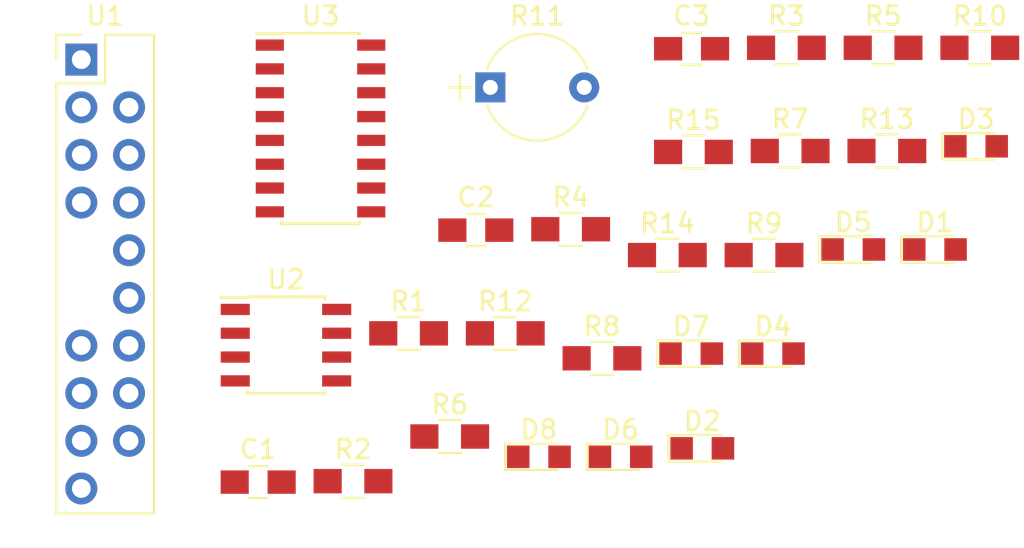
<source format=kicad_pcb>
(kicad_pcb (version 4) (host pcbnew 4.0.6-e0-6349~53~ubuntu14.04.1)

  (general
    (links 57)
    (no_connects 57)
    (area 0 0 0 0)
    (thickness 1.6)
    (drawings 0)
    (tracks 0)
    (zones 0)
    (modules 29)
    (nets 36)
  )

  (page A4)
  (layers
    (0 F.Cu signal)
    (31 B.Cu signal)
    (32 B.Adhes user)
    (33 F.Adhes user)
    (34 B.Paste user)
    (35 F.Paste user)
    (36 B.SilkS user)
    (37 F.SilkS user)
    (38 B.Mask user)
    (39 F.Mask user)
    (40 Dwgs.User user)
    (41 Cmts.User user)
    (42 Eco1.User user)
    (43 Eco2.User user)
    (44 Edge.Cuts user)
    (45 Margin user)
    (46 B.CrtYd user)
    (47 F.CrtYd user)
    (48 B.Fab user)
    (49 F.Fab user)
  )

  (setup
    (last_trace_width 0.25)
    (trace_clearance 0.2)
    (zone_clearance 0.508)
    (zone_45_only no)
    (trace_min 0.2)
    (segment_width 0.2)
    (edge_width 0.15)
    (via_size 0.6)
    (via_drill 0.4)
    (via_min_size 0.4)
    (via_min_drill 0.3)
    (uvia_size 0.3)
    (uvia_drill 0.1)
    (uvias_allowed no)
    (uvia_min_size 0.2)
    (uvia_min_drill 0.1)
    (pcb_text_width 0.3)
    (pcb_text_size 1.5 1.5)
    (mod_edge_width 0.15)
    (mod_text_size 1 1)
    (mod_text_width 0.15)
    (pad_size 1.524 1.524)
    (pad_drill 0.762)
    (pad_to_mask_clearance 0.2)
    (aux_axis_origin 0 0)
    (visible_elements FFFFFF7F)
    (pcbplotparams
      (layerselection 0x00030_80000001)
      (usegerberextensions false)
      (excludeedgelayer true)
      (linewidth 0.100000)
      (plotframeref false)
      (viasonmask false)
      (mode 1)
      (useauxorigin false)
      (hpglpennumber 1)
      (hpglpenspeed 20)
      (hpglpendiameter 15)
      (hpglpenoverlay 2)
      (psnegative false)
      (psa4output false)
      (plotreference true)
      (plotvalue true)
      (plotinvisibletext false)
      (padsonsilk false)
      (subtractmaskfromsilk false)
      (outputformat 1)
      (mirror false)
      (drillshape 1)
      (scaleselection 1)
      (outputdirectory ""))
  )

  (net 0 "")
  (net 1 /latchPin)
  (net 2 GND)
  (net 3 /3.3V)
  (net 4 "Net-(D1-Pad2)")
  (net 5 "Net-(D1-Pad1)")
  (net 6 "Net-(D2-Pad2)")
  (net 7 "Net-(D2-Pad1)")
  (net 8 "Net-(D3-Pad2)")
  (net 9 "Net-(D3-Pad1)")
  (net 10 "Net-(D4-Pad2)")
  (net 11 "Net-(D4-Pad1)")
  (net 12 "Net-(D5-Pad2)")
  (net 13 "Net-(D5-Pad1)")
  (net 14 "Net-(D6-Pad2)")
  (net 15 "Net-(D6-Pad1)")
  (net 16 "Net-(D7-Pad2)")
  (net 17 "Net-(D7-Pad1)")
  (net 18 "Net-(D8-Pad2)")
  (net 19 "Net-(D8-Pad1)")
  (net 20 /OS)
  (net 21 "Net-(R2-Pad1)")
  (net 22 "Net-(R3-Pad1)")
  (net 23 "Net-(R4-Pad1)")
  (net 24 /5V)
  (net 25 /PR_TOP)
  (net 26 /PR_BOT)
  (net 27 "Net-(U1-Pad3)")
  (net 28 /clockPin)
  (net 29 /dataPin)
  (net 30 "Net-(U1-Pad8)")
  (net 31 /SCL)
  (net 32 /SDA)
  (net 33 "Net-(U1-Pad17)")
  (net 34 "Net-(U1-Pad18)")
  (net 35 "Net-(U3-Pad9)")

  (net_class Default "This is the default net class."
    (clearance 0.2)
    (trace_width 0.25)
    (via_dia 0.6)
    (via_drill 0.4)
    (uvia_dia 0.3)
    (uvia_drill 0.1)
    (add_net /3.3V)
    (add_net /5V)
    (add_net /OS)
    (add_net /PR_BOT)
    (add_net /PR_TOP)
    (add_net /SCL)
    (add_net /SDA)
    (add_net /clockPin)
    (add_net /dataPin)
    (add_net /latchPin)
    (add_net GND)
    (add_net "Net-(D1-Pad1)")
    (add_net "Net-(D1-Pad2)")
    (add_net "Net-(D2-Pad1)")
    (add_net "Net-(D2-Pad2)")
    (add_net "Net-(D3-Pad1)")
    (add_net "Net-(D3-Pad2)")
    (add_net "Net-(D4-Pad1)")
    (add_net "Net-(D4-Pad2)")
    (add_net "Net-(D5-Pad1)")
    (add_net "Net-(D5-Pad2)")
    (add_net "Net-(D6-Pad1)")
    (add_net "Net-(D6-Pad2)")
    (add_net "Net-(D7-Pad1)")
    (add_net "Net-(D7-Pad2)")
    (add_net "Net-(D8-Pad1)")
    (add_net "Net-(D8-Pad2)")
    (add_net "Net-(R2-Pad1)")
    (add_net "Net-(R3-Pad1)")
    (add_net "Net-(R4-Pad1)")
    (add_net "Net-(U1-Pad17)")
    (add_net "Net-(U1-Pad18)")
    (add_net "Net-(U1-Pad3)")
    (add_net "Net-(U1-Pad8)")
    (add_net "Net-(U3-Pad9)")
  )

  (module Capacitors_SMD:C_0805_HandSoldering (layer F.Cu) (tedit 58AA84A8) (tstamp 59471D92)
    (at 125.839001 104.565)
    (descr "Capacitor SMD 0805, hand soldering")
    (tags "capacitor 0805")
    (path /594712AE)
    (attr smd)
    (fp_text reference C1 (at 0 -1.75) (layer F.SilkS)
      (effects (font (size 1 1) (thickness 0.15)))
    )
    (fp_text value C (at 0 1.75) (layer F.Fab)
      (effects (font (size 1 1) (thickness 0.15)))
    )
    (fp_text user %R (at 0 -1.75) (layer F.Fab)
      (effects (font (size 1 1) (thickness 0.15)))
    )
    (fp_line (start -1 0.62) (end -1 -0.62) (layer F.Fab) (width 0.1))
    (fp_line (start 1 0.62) (end -1 0.62) (layer F.Fab) (width 0.1))
    (fp_line (start 1 -0.62) (end 1 0.62) (layer F.Fab) (width 0.1))
    (fp_line (start -1 -0.62) (end 1 -0.62) (layer F.Fab) (width 0.1))
    (fp_line (start 0.5 -0.85) (end -0.5 -0.85) (layer F.SilkS) (width 0.12))
    (fp_line (start -0.5 0.85) (end 0.5 0.85) (layer F.SilkS) (width 0.12))
    (fp_line (start -2.25 -0.88) (end 2.25 -0.88) (layer F.CrtYd) (width 0.05))
    (fp_line (start -2.25 -0.88) (end -2.25 0.87) (layer F.CrtYd) (width 0.05))
    (fp_line (start 2.25 0.87) (end 2.25 -0.88) (layer F.CrtYd) (width 0.05))
    (fp_line (start 2.25 0.87) (end -2.25 0.87) (layer F.CrtYd) (width 0.05))
    (pad 1 smd rect (at -1.25 0) (size 1.5 1.25) (layers F.Cu F.Paste F.Mask)
      (net 1 /latchPin))
    (pad 2 smd rect (at 1.25 0) (size 1.5 1.25) (layers F.Cu F.Paste F.Mask)
      (net 2 GND))
    (model Capacitors_SMD.3dshapes/C_0805.wrl
      (at (xyz 0 0 0))
      (scale (xyz 1 1 1))
      (rotate (xyz 0 0 0))
    )
  )

  (module Capacitors_SMD:C_0805_HandSoldering (layer F.Cu) (tedit 58AA84A8) (tstamp 59471D98)
    (at 137.429001 91.135)
    (descr "Capacitor SMD 0805, hand soldering")
    (tags "capacitor 0805")
    (path /594717C9)
    (attr smd)
    (fp_text reference C2 (at 0 -1.75) (layer F.SilkS)
      (effects (font (size 1 1) (thickness 0.15)))
    )
    (fp_text value C (at 0 1.75) (layer F.Fab)
      (effects (font (size 1 1) (thickness 0.15)))
    )
    (fp_text user %R (at 0 -1.75) (layer F.Fab)
      (effects (font (size 1 1) (thickness 0.15)))
    )
    (fp_line (start -1 0.62) (end -1 -0.62) (layer F.Fab) (width 0.1))
    (fp_line (start 1 0.62) (end -1 0.62) (layer F.Fab) (width 0.1))
    (fp_line (start 1 -0.62) (end 1 0.62) (layer F.Fab) (width 0.1))
    (fp_line (start -1 -0.62) (end 1 -0.62) (layer F.Fab) (width 0.1))
    (fp_line (start 0.5 -0.85) (end -0.5 -0.85) (layer F.SilkS) (width 0.12))
    (fp_line (start -0.5 0.85) (end 0.5 0.85) (layer F.SilkS) (width 0.12))
    (fp_line (start -2.25 -0.88) (end 2.25 -0.88) (layer F.CrtYd) (width 0.05))
    (fp_line (start -2.25 -0.88) (end -2.25 0.87) (layer F.CrtYd) (width 0.05))
    (fp_line (start 2.25 0.87) (end 2.25 -0.88) (layer F.CrtYd) (width 0.05))
    (fp_line (start 2.25 0.87) (end -2.25 0.87) (layer F.CrtYd) (width 0.05))
    (pad 1 smd rect (at -1.25 0) (size 1.5 1.25) (layers F.Cu F.Paste F.Mask)
      (net 2 GND))
    (pad 2 smd rect (at 1.25 0) (size 1.5 1.25) (layers F.Cu F.Paste F.Mask)
      (net 3 /3.3V))
    (model Capacitors_SMD.3dshapes/C_0805.wrl
      (at (xyz 0 0 0))
      (scale (xyz 1 1 1))
      (rotate (xyz 0 0 0))
    )
  )

  (module Capacitors_SMD:C_0805_HandSoldering (layer F.Cu) (tedit 58AA84A8) (tstamp 59471D9E)
    (at 148.919001 81.465)
    (descr "Capacitor SMD 0805, hand soldering")
    (tags "capacitor 0805")
    (path /594714F8)
    (attr smd)
    (fp_text reference C3 (at 0 -1.75) (layer F.SilkS)
      (effects (font (size 1 1) (thickness 0.15)))
    )
    (fp_text value C (at 0 1.75) (layer F.Fab)
      (effects (font (size 1 1) (thickness 0.15)))
    )
    (fp_text user %R (at 0 -1.75) (layer F.Fab)
      (effects (font (size 1 1) (thickness 0.15)))
    )
    (fp_line (start -1 0.62) (end -1 -0.62) (layer F.Fab) (width 0.1))
    (fp_line (start 1 0.62) (end -1 0.62) (layer F.Fab) (width 0.1))
    (fp_line (start 1 -0.62) (end 1 0.62) (layer F.Fab) (width 0.1))
    (fp_line (start -1 -0.62) (end 1 -0.62) (layer F.Fab) (width 0.1))
    (fp_line (start 0.5 -0.85) (end -0.5 -0.85) (layer F.SilkS) (width 0.12))
    (fp_line (start -0.5 0.85) (end 0.5 0.85) (layer F.SilkS) (width 0.12))
    (fp_line (start -2.25 -0.88) (end 2.25 -0.88) (layer F.CrtYd) (width 0.05))
    (fp_line (start -2.25 -0.88) (end -2.25 0.87) (layer F.CrtYd) (width 0.05))
    (fp_line (start 2.25 0.87) (end 2.25 -0.88) (layer F.CrtYd) (width 0.05))
    (fp_line (start 2.25 0.87) (end -2.25 0.87) (layer F.CrtYd) (width 0.05))
    (pad 1 smd rect (at -1.25 0) (size 1.5 1.25) (layers F.Cu F.Paste F.Mask)
      (net 2 GND))
    (pad 2 smd rect (at 1.25 0) (size 1.5 1.25) (layers F.Cu F.Paste F.Mask)
      (net 3 /3.3V))
    (model Capacitors_SMD.3dshapes/C_0805.wrl
      (at (xyz 0 0 0))
      (scale (xyz 1 1 1))
      (rotate (xyz 0 0 0))
    )
  )

  (module LEDs:LED_0805 (layer F.Cu) (tedit 57FE93EC) (tstamp 59471DA4)
    (at 161.879001 92.165)
    (descr "LED 0805 smd package")
    (tags "LED led 0805 SMD smd SMT smt smdled SMDLED smtled SMTLED")
    (path /593C7B8E)
    (attr smd)
    (fp_text reference D1 (at 0 -1.45) (layer F.SilkS)
      (effects (font (size 1 1) (thickness 0.15)))
    )
    (fp_text value LED (at 0 1.55) (layer F.Fab)
      (effects (font (size 1 1) (thickness 0.15)))
    )
    (fp_line (start -1.8 -0.7) (end -1.8 0.7) (layer F.SilkS) (width 0.12))
    (fp_line (start -0.4 -0.4) (end -0.4 0.4) (layer F.Fab) (width 0.1))
    (fp_line (start -0.4 0) (end 0.2 -0.4) (layer F.Fab) (width 0.1))
    (fp_line (start 0.2 0.4) (end -0.4 0) (layer F.Fab) (width 0.1))
    (fp_line (start 0.2 -0.4) (end 0.2 0.4) (layer F.Fab) (width 0.1))
    (fp_line (start 1 0.6) (end -1 0.6) (layer F.Fab) (width 0.1))
    (fp_line (start 1 -0.6) (end 1 0.6) (layer F.Fab) (width 0.1))
    (fp_line (start -1 -0.6) (end 1 -0.6) (layer F.Fab) (width 0.1))
    (fp_line (start -1 0.6) (end -1 -0.6) (layer F.Fab) (width 0.1))
    (fp_line (start -1.8 0.7) (end 1 0.7) (layer F.SilkS) (width 0.12))
    (fp_line (start -1.8 -0.7) (end 1 -0.7) (layer F.SilkS) (width 0.12))
    (fp_line (start 1.95 -0.85) (end 1.95 0.85) (layer F.CrtYd) (width 0.05))
    (fp_line (start 1.95 0.85) (end -1.95 0.85) (layer F.CrtYd) (width 0.05))
    (fp_line (start -1.95 0.85) (end -1.95 -0.85) (layer F.CrtYd) (width 0.05))
    (fp_line (start -1.95 -0.85) (end 1.95 -0.85) (layer F.CrtYd) (width 0.05))
    (pad 2 smd rect (at 1.1 0 180) (size 1.2 1.2) (layers F.Cu F.Paste F.Mask)
      (net 4 "Net-(D1-Pad2)"))
    (pad 1 smd rect (at -1.1 0 180) (size 1.2 1.2) (layers F.Cu F.Paste F.Mask)
      (net 5 "Net-(D1-Pad1)"))
    (model LEDs.3dshapes/LED_0805.wrl
      (at (xyz 0 0 0))
      (scale (xyz 1 1 1))
      (rotate (xyz 0 0 180))
    )
  )

  (module LEDs:LED_0805 (layer F.Cu) (tedit 57FE93EC) (tstamp 59471DAA)
    (at 149.489001 102.765)
    (descr "LED 0805 smd package")
    (tags "LED led 0805 SMD smd SMT smt smdled SMDLED smtled SMTLED")
    (path /593C7B80)
    (attr smd)
    (fp_text reference D2 (at 0 -1.45) (layer F.SilkS)
      (effects (font (size 1 1) (thickness 0.15)))
    )
    (fp_text value LED (at 0 1.55) (layer F.Fab)
      (effects (font (size 1 1) (thickness 0.15)))
    )
    (fp_line (start -1.8 -0.7) (end -1.8 0.7) (layer F.SilkS) (width 0.12))
    (fp_line (start -0.4 -0.4) (end -0.4 0.4) (layer F.Fab) (width 0.1))
    (fp_line (start -0.4 0) (end 0.2 -0.4) (layer F.Fab) (width 0.1))
    (fp_line (start 0.2 0.4) (end -0.4 0) (layer F.Fab) (width 0.1))
    (fp_line (start 0.2 -0.4) (end 0.2 0.4) (layer F.Fab) (width 0.1))
    (fp_line (start 1 0.6) (end -1 0.6) (layer F.Fab) (width 0.1))
    (fp_line (start 1 -0.6) (end 1 0.6) (layer F.Fab) (width 0.1))
    (fp_line (start -1 -0.6) (end 1 -0.6) (layer F.Fab) (width 0.1))
    (fp_line (start -1 0.6) (end -1 -0.6) (layer F.Fab) (width 0.1))
    (fp_line (start -1.8 0.7) (end 1 0.7) (layer F.SilkS) (width 0.12))
    (fp_line (start -1.8 -0.7) (end 1 -0.7) (layer F.SilkS) (width 0.12))
    (fp_line (start 1.95 -0.85) (end 1.95 0.85) (layer F.CrtYd) (width 0.05))
    (fp_line (start 1.95 0.85) (end -1.95 0.85) (layer F.CrtYd) (width 0.05))
    (fp_line (start -1.95 0.85) (end -1.95 -0.85) (layer F.CrtYd) (width 0.05))
    (fp_line (start -1.95 -0.85) (end 1.95 -0.85) (layer F.CrtYd) (width 0.05))
    (pad 2 smd rect (at 1.1 0 180) (size 1.2 1.2) (layers F.Cu F.Paste F.Mask)
      (net 6 "Net-(D2-Pad2)"))
    (pad 1 smd rect (at -1.1 0 180) (size 1.2 1.2) (layers F.Cu F.Paste F.Mask)
      (net 7 "Net-(D2-Pad1)"))
    (model LEDs.3dshapes/LED_0805.wrl
      (at (xyz 0 0 0))
      (scale (xyz 1 1 1))
      (rotate (xyz 0 0 180))
    )
  )

  (module LEDs:LED_0805 (layer F.Cu) (tedit 57FE93EC) (tstamp 59471DB0)
    (at 164.069001 86.665)
    (descr "LED 0805 smd package")
    (tags "LED led 0805 SMD smd SMT smt smdled SMDLED smtled SMTLED")
    (path /593C7B72)
    (attr smd)
    (fp_text reference D3 (at 0 -1.45) (layer F.SilkS)
      (effects (font (size 1 1) (thickness 0.15)))
    )
    (fp_text value LED (at 0 1.55) (layer F.Fab)
      (effects (font (size 1 1) (thickness 0.15)))
    )
    (fp_line (start -1.8 -0.7) (end -1.8 0.7) (layer F.SilkS) (width 0.12))
    (fp_line (start -0.4 -0.4) (end -0.4 0.4) (layer F.Fab) (width 0.1))
    (fp_line (start -0.4 0) (end 0.2 -0.4) (layer F.Fab) (width 0.1))
    (fp_line (start 0.2 0.4) (end -0.4 0) (layer F.Fab) (width 0.1))
    (fp_line (start 0.2 -0.4) (end 0.2 0.4) (layer F.Fab) (width 0.1))
    (fp_line (start 1 0.6) (end -1 0.6) (layer F.Fab) (width 0.1))
    (fp_line (start 1 -0.6) (end 1 0.6) (layer F.Fab) (width 0.1))
    (fp_line (start -1 -0.6) (end 1 -0.6) (layer F.Fab) (width 0.1))
    (fp_line (start -1 0.6) (end -1 -0.6) (layer F.Fab) (width 0.1))
    (fp_line (start -1.8 0.7) (end 1 0.7) (layer F.SilkS) (width 0.12))
    (fp_line (start -1.8 -0.7) (end 1 -0.7) (layer F.SilkS) (width 0.12))
    (fp_line (start 1.95 -0.85) (end 1.95 0.85) (layer F.CrtYd) (width 0.05))
    (fp_line (start 1.95 0.85) (end -1.95 0.85) (layer F.CrtYd) (width 0.05))
    (fp_line (start -1.95 0.85) (end -1.95 -0.85) (layer F.CrtYd) (width 0.05))
    (fp_line (start -1.95 -0.85) (end 1.95 -0.85) (layer F.CrtYd) (width 0.05))
    (pad 2 smd rect (at 1.1 0 180) (size 1.2 1.2) (layers F.Cu F.Paste F.Mask)
      (net 8 "Net-(D3-Pad2)"))
    (pad 1 smd rect (at -1.1 0 180) (size 1.2 1.2) (layers F.Cu F.Paste F.Mask)
      (net 9 "Net-(D3-Pad1)"))
    (model LEDs.3dshapes/LED_0805.wrl
      (at (xyz 0 0 0))
      (scale (xyz 1 1 1))
      (rotate (xyz 0 0 180))
    )
  )

  (module LEDs:LED_0805 (layer F.Cu) (tedit 57FE93EC) (tstamp 59471DB6)
    (at 153.249001 97.715)
    (descr "LED 0805 smd package")
    (tags "LED led 0805 SMD smd SMT smt smdled SMDLED smtled SMTLED")
    (path /593C7B63)
    (attr smd)
    (fp_text reference D4 (at 0 -1.45) (layer F.SilkS)
      (effects (font (size 1 1) (thickness 0.15)))
    )
    (fp_text value LED (at 0 1.55) (layer F.Fab)
      (effects (font (size 1 1) (thickness 0.15)))
    )
    (fp_line (start -1.8 -0.7) (end -1.8 0.7) (layer F.SilkS) (width 0.12))
    (fp_line (start -0.4 -0.4) (end -0.4 0.4) (layer F.Fab) (width 0.1))
    (fp_line (start -0.4 0) (end 0.2 -0.4) (layer F.Fab) (width 0.1))
    (fp_line (start 0.2 0.4) (end -0.4 0) (layer F.Fab) (width 0.1))
    (fp_line (start 0.2 -0.4) (end 0.2 0.4) (layer F.Fab) (width 0.1))
    (fp_line (start 1 0.6) (end -1 0.6) (layer F.Fab) (width 0.1))
    (fp_line (start 1 -0.6) (end 1 0.6) (layer F.Fab) (width 0.1))
    (fp_line (start -1 -0.6) (end 1 -0.6) (layer F.Fab) (width 0.1))
    (fp_line (start -1 0.6) (end -1 -0.6) (layer F.Fab) (width 0.1))
    (fp_line (start -1.8 0.7) (end 1 0.7) (layer F.SilkS) (width 0.12))
    (fp_line (start -1.8 -0.7) (end 1 -0.7) (layer F.SilkS) (width 0.12))
    (fp_line (start 1.95 -0.85) (end 1.95 0.85) (layer F.CrtYd) (width 0.05))
    (fp_line (start 1.95 0.85) (end -1.95 0.85) (layer F.CrtYd) (width 0.05))
    (fp_line (start -1.95 0.85) (end -1.95 -0.85) (layer F.CrtYd) (width 0.05))
    (fp_line (start -1.95 -0.85) (end 1.95 -0.85) (layer F.CrtYd) (width 0.05))
    (pad 2 smd rect (at 1.1 0 180) (size 1.2 1.2) (layers F.Cu F.Paste F.Mask)
      (net 10 "Net-(D4-Pad2)"))
    (pad 1 smd rect (at -1.1 0 180) (size 1.2 1.2) (layers F.Cu F.Paste F.Mask)
      (net 11 "Net-(D4-Pad1)"))
    (model LEDs.3dshapes/LED_0805.wrl
      (at (xyz 0 0 0))
      (scale (xyz 1 1 1))
      (rotate (xyz 0 0 180))
    )
  )

  (module LEDs:LED_0805 (layer F.Cu) (tedit 57FE93EC) (tstamp 59471DBC)
    (at 157.529001 92.165)
    (descr "LED 0805 smd package")
    (tags "LED led 0805 SMD smd SMT smt smdled SMDLED smtled SMTLED")
    (path /593C78AA)
    (attr smd)
    (fp_text reference D5 (at 0 -1.45) (layer F.SilkS)
      (effects (font (size 1 1) (thickness 0.15)))
    )
    (fp_text value LED (at 0 1.55) (layer F.Fab)
      (effects (font (size 1 1) (thickness 0.15)))
    )
    (fp_line (start -1.8 -0.7) (end -1.8 0.7) (layer F.SilkS) (width 0.12))
    (fp_line (start -0.4 -0.4) (end -0.4 0.4) (layer F.Fab) (width 0.1))
    (fp_line (start -0.4 0) (end 0.2 -0.4) (layer F.Fab) (width 0.1))
    (fp_line (start 0.2 0.4) (end -0.4 0) (layer F.Fab) (width 0.1))
    (fp_line (start 0.2 -0.4) (end 0.2 0.4) (layer F.Fab) (width 0.1))
    (fp_line (start 1 0.6) (end -1 0.6) (layer F.Fab) (width 0.1))
    (fp_line (start 1 -0.6) (end 1 0.6) (layer F.Fab) (width 0.1))
    (fp_line (start -1 -0.6) (end 1 -0.6) (layer F.Fab) (width 0.1))
    (fp_line (start -1 0.6) (end -1 -0.6) (layer F.Fab) (width 0.1))
    (fp_line (start -1.8 0.7) (end 1 0.7) (layer F.SilkS) (width 0.12))
    (fp_line (start -1.8 -0.7) (end 1 -0.7) (layer F.SilkS) (width 0.12))
    (fp_line (start 1.95 -0.85) (end 1.95 0.85) (layer F.CrtYd) (width 0.05))
    (fp_line (start 1.95 0.85) (end -1.95 0.85) (layer F.CrtYd) (width 0.05))
    (fp_line (start -1.95 0.85) (end -1.95 -0.85) (layer F.CrtYd) (width 0.05))
    (fp_line (start -1.95 -0.85) (end 1.95 -0.85) (layer F.CrtYd) (width 0.05))
    (pad 2 smd rect (at 1.1 0 180) (size 1.2 1.2) (layers F.Cu F.Paste F.Mask)
      (net 12 "Net-(D5-Pad2)"))
    (pad 1 smd rect (at -1.1 0 180) (size 1.2 1.2) (layers F.Cu F.Paste F.Mask)
      (net 13 "Net-(D5-Pad1)"))
    (model LEDs.3dshapes/LED_0805.wrl
      (at (xyz 0 0 0))
      (scale (xyz 1 1 1))
      (rotate (xyz 0 0 180))
    )
  )

  (module LEDs:LED_0805 (layer F.Cu) (tedit 57FE93EC) (tstamp 59471DC2)
    (at 145.139001 103.215)
    (descr "LED 0805 smd package")
    (tags "LED led 0805 SMD smd SMT smt smdled SMDLED smtled SMTLED")
    (path /593C789B)
    (attr smd)
    (fp_text reference D6 (at 0 -1.45) (layer F.SilkS)
      (effects (font (size 1 1) (thickness 0.15)))
    )
    (fp_text value LED (at 0 1.55) (layer F.Fab)
      (effects (font (size 1 1) (thickness 0.15)))
    )
    (fp_line (start -1.8 -0.7) (end -1.8 0.7) (layer F.SilkS) (width 0.12))
    (fp_line (start -0.4 -0.4) (end -0.4 0.4) (layer F.Fab) (width 0.1))
    (fp_line (start -0.4 0) (end 0.2 -0.4) (layer F.Fab) (width 0.1))
    (fp_line (start 0.2 0.4) (end -0.4 0) (layer F.Fab) (width 0.1))
    (fp_line (start 0.2 -0.4) (end 0.2 0.4) (layer F.Fab) (width 0.1))
    (fp_line (start 1 0.6) (end -1 0.6) (layer F.Fab) (width 0.1))
    (fp_line (start 1 -0.6) (end 1 0.6) (layer F.Fab) (width 0.1))
    (fp_line (start -1 -0.6) (end 1 -0.6) (layer F.Fab) (width 0.1))
    (fp_line (start -1 0.6) (end -1 -0.6) (layer F.Fab) (width 0.1))
    (fp_line (start -1.8 0.7) (end 1 0.7) (layer F.SilkS) (width 0.12))
    (fp_line (start -1.8 -0.7) (end 1 -0.7) (layer F.SilkS) (width 0.12))
    (fp_line (start 1.95 -0.85) (end 1.95 0.85) (layer F.CrtYd) (width 0.05))
    (fp_line (start 1.95 0.85) (end -1.95 0.85) (layer F.CrtYd) (width 0.05))
    (fp_line (start -1.95 0.85) (end -1.95 -0.85) (layer F.CrtYd) (width 0.05))
    (fp_line (start -1.95 -0.85) (end 1.95 -0.85) (layer F.CrtYd) (width 0.05))
    (pad 2 smd rect (at 1.1 0 180) (size 1.2 1.2) (layers F.Cu F.Paste F.Mask)
      (net 14 "Net-(D6-Pad2)"))
    (pad 1 smd rect (at -1.1 0 180) (size 1.2 1.2) (layers F.Cu F.Paste F.Mask)
      (net 15 "Net-(D6-Pad1)"))
    (model LEDs.3dshapes/LED_0805.wrl
      (at (xyz 0 0 0))
      (scale (xyz 1 1 1))
      (rotate (xyz 0 0 180))
    )
  )

  (module LEDs:LED_0805 (layer F.Cu) (tedit 57FE93EC) (tstamp 59471DC8)
    (at 148.899001 97.715)
    (descr "LED 0805 smd package")
    (tags "LED led 0805 SMD smd SMT smt smdled SMDLED smtled SMTLED")
    (path /593C775B)
    (attr smd)
    (fp_text reference D7 (at 0 -1.45) (layer F.SilkS)
      (effects (font (size 1 1) (thickness 0.15)))
    )
    (fp_text value LED (at 0 1.55) (layer F.Fab)
      (effects (font (size 1 1) (thickness 0.15)))
    )
    (fp_line (start -1.8 -0.7) (end -1.8 0.7) (layer F.SilkS) (width 0.12))
    (fp_line (start -0.4 -0.4) (end -0.4 0.4) (layer F.Fab) (width 0.1))
    (fp_line (start -0.4 0) (end 0.2 -0.4) (layer F.Fab) (width 0.1))
    (fp_line (start 0.2 0.4) (end -0.4 0) (layer F.Fab) (width 0.1))
    (fp_line (start 0.2 -0.4) (end 0.2 0.4) (layer F.Fab) (width 0.1))
    (fp_line (start 1 0.6) (end -1 0.6) (layer F.Fab) (width 0.1))
    (fp_line (start 1 -0.6) (end 1 0.6) (layer F.Fab) (width 0.1))
    (fp_line (start -1 -0.6) (end 1 -0.6) (layer F.Fab) (width 0.1))
    (fp_line (start -1 0.6) (end -1 -0.6) (layer F.Fab) (width 0.1))
    (fp_line (start -1.8 0.7) (end 1 0.7) (layer F.SilkS) (width 0.12))
    (fp_line (start -1.8 -0.7) (end 1 -0.7) (layer F.SilkS) (width 0.12))
    (fp_line (start 1.95 -0.85) (end 1.95 0.85) (layer F.CrtYd) (width 0.05))
    (fp_line (start 1.95 0.85) (end -1.95 0.85) (layer F.CrtYd) (width 0.05))
    (fp_line (start -1.95 0.85) (end -1.95 -0.85) (layer F.CrtYd) (width 0.05))
    (fp_line (start -1.95 -0.85) (end 1.95 -0.85) (layer F.CrtYd) (width 0.05))
    (pad 2 smd rect (at 1.1 0 180) (size 1.2 1.2) (layers F.Cu F.Paste F.Mask)
      (net 16 "Net-(D7-Pad2)"))
    (pad 1 smd rect (at -1.1 0 180) (size 1.2 1.2) (layers F.Cu F.Paste F.Mask)
      (net 17 "Net-(D7-Pad1)"))
    (model LEDs.3dshapes/LED_0805.wrl
      (at (xyz 0 0 0))
      (scale (xyz 1 1 1))
      (rotate (xyz 0 0 180))
    )
  )

  (module LEDs:LED_0805 (layer F.Cu) (tedit 57FE93EC) (tstamp 59471DCE)
    (at 140.789001 103.215)
    (descr "LED 0805 smd package")
    (tags "LED led 0805 SMD smd SMT smt smdled SMDLED smtled SMTLED")
    (path /5934DB46)
    (attr smd)
    (fp_text reference D8 (at 0 -1.45) (layer F.SilkS)
      (effects (font (size 1 1) (thickness 0.15)))
    )
    (fp_text value LED (at 0 1.55) (layer F.Fab)
      (effects (font (size 1 1) (thickness 0.15)))
    )
    (fp_line (start -1.8 -0.7) (end -1.8 0.7) (layer F.SilkS) (width 0.12))
    (fp_line (start -0.4 -0.4) (end -0.4 0.4) (layer F.Fab) (width 0.1))
    (fp_line (start -0.4 0) (end 0.2 -0.4) (layer F.Fab) (width 0.1))
    (fp_line (start 0.2 0.4) (end -0.4 0) (layer F.Fab) (width 0.1))
    (fp_line (start 0.2 -0.4) (end 0.2 0.4) (layer F.Fab) (width 0.1))
    (fp_line (start 1 0.6) (end -1 0.6) (layer F.Fab) (width 0.1))
    (fp_line (start 1 -0.6) (end 1 0.6) (layer F.Fab) (width 0.1))
    (fp_line (start -1 -0.6) (end 1 -0.6) (layer F.Fab) (width 0.1))
    (fp_line (start -1 0.6) (end -1 -0.6) (layer F.Fab) (width 0.1))
    (fp_line (start -1.8 0.7) (end 1 0.7) (layer F.SilkS) (width 0.12))
    (fp_line (start -1.8 -0.7) (end 1 -0.7) (layer F.SilkS) (width 0.12))
    (fp_line (start 1.95 -0.85) (end 1.95 0.85) (layer F.CrtYd) (width 0.05))
    (fp_line (start 1.95 0.85) (end -1.95 0.85) (layer F.CrtYd) (width 0.05))
    (fp_line (start -1.95 0.85) (end -1.95 -0.85) (layer F.CrtYd) (width 0.05))
    (fp_line (start -1.95 -0.85) (end 1.95 -0.85) (layer F.CrtYd) (width 0.05))
    (pad 2 smd rect (at 1.1 0 180) (size 1.2 1.2) (layers F.Cu F.Paste F.Mask)
      (net 18 "Net-(D8-Pad2)"))
    (pad 1 smd rect (at -1.1 0 180) (size 1.2 1.2) (layers F.Cu F.Paste F.Mask)
      (net 19 "Net-(D8-Pad1)"))
    (model LEDs.3dshapes/LED_0805.wrl
      (at (xyz 0 0 0))
      (scale (xyz 1 1 1))
      (rotate (xyz 0 0 180))
    )
  )

  (module Resistors_SMD:R_0805_HandSoldering (layer F.Cu) (tedit 58E0A804) (tstamp 59471DD4)
    (at 133.849001 96.635)
    (descr "Resistor SMD 0805, hand soldering")
    (tags "resistor 0805")
    (path /593CA7AD)
    (attr smd)
    (fp_text reference R1 (at 0 -1.7) (layer F.SilkS)
      (effects (font (size 1 1) (thickness 0.15)))
    )
    (fp_text value R (at 0 1.75) (layer F.Fab)
      (effects (font (size 1 1) (thickness 0.15)))
    )
    (fp_text user %R (at 0 0) (layer F.Fab)
      (effects (font (size 0.5 0.5) (thickness 0.075)))
    )
    (fp_line (start -1 0.62) (end -1 -0.62) (layer F.Fab) (width 0.1))
    (fp_line (start 1 0.62) (end -1 0.62) (layer F.Fab) (width 0.1))
    (fp_line (start 1 -0.62) (end 1 0.62) (layer F.Fab) (width 0.1))
    (fp_line (start -1 -0.62) (end 1 -0.62) (layer F.Fab) (width 0.1))
    (fp_line (start 0.6 0.88) (end -0.6 0.88) (layer F.SilkS) (width 0.12))
    (fp_line (start -0.6 -0.88) (end 0.6 -0.88) (layer F.SilkS) (width 0.12))
    (fp_line (start -2.35 -0.9) (end 2.35 -0.9) (layer F.CrtYd) (width 0.05))
    (fp_line (start -2.35 -0.9) (end -2.35 0.9) (layer F.CrtYd) (width 0.05))
    (fp_line (start 2.35 0.9) (end 2.35 -0.9) (layer F.CrtYd) (width 0.05))
    (fp_line (start 2.35 0.9) (end -2.35 0.9) (layer F.CrtYd) (width 0.05))
    (pad 1 smd rect (at -1.35 0) (size 1.5 1.3) (layers F.Cu F.Paste F.Mask)
      (net 3 /3.3V))
    (pad 2 smd rect (at 1.35 0) (size 1.5 1.3) (layers F.Cu F.Paste F.Mask)
      (net 20 /OS))
    (model ${KISYS3DMOD}/Resistors_SMD.3dshapes/R_0805.wrl
      (at (xyz 0 0 0))
      (scale (xyz 1 1 1))
      (rotate (xyz 0 0 0))
    )
  )

  (module Resistors_SMD:R_0805_HandSoldering (layer F.Cu) (tedit 58E0A804) (tstamp 59471DDA)
    (at 130.889001 104.515)
    (descr "Resistor SMD 0805, hand soldering")
    (tags "resistor 0805")
    (path /593C9440)
    (attr smd)
    (fp_text reference R2 (at 0 -1.7) (layer F.SilkS)
      (effects (font (size 1 1) (thickness 0.15)))
    )
    (fp_text value R (at 0 1.75) (layer F.Fab)
      (effects (font (size 1 1) (thickness 0.15)))
    )
    (fp_text user %R (at 0 0) (layer F.Fab)
      (effects (font (size 0.5 0.5) (thickness 0.075)))
    )
    (fp_line (start -1 0.62) (end -1 -0.62) (layer F.Fab) (width 0.1))
    (fp_line (start 1 0.62) (end -1 0.62) (layer F.Fab) (width 0.1))
    (fp_line (start 1 -0.62) (end 1 0.62) (layer F.Fab) (width 0.1))
    (fp_line (start -1 -0.62) (end 1 -0.62) (layer F.Fab) (width 0.1))
    (fp_line (start 0.6 0.88) (end -0.6 0.88) (layer F.SilkS) (width 0.12))
    (fp_line (start -0.6 -0.88) (end 0.6 -0.88) (layer F.SilkS) (width 0.12))
    (fp_line (start -2.35 -0.9) (end 2.35 -0.9) (layer F.CrtYd) (width 0.05))
    (fp_line (start -2.35 -0.9) (end -2.35 0.9) (layer F.CrtYd) (width 0.05))
    (fp_line (start 2.35 0.9) (end 2.35 -0.9) (layer F.CrtYd) (width 0.05))
    (fp_line (start 2.35 0.9) (end -2.35 0.9) (layer F.CrtYd) (width 0.05))
    (pad 1 smd rect (at -1.35 0) (size 1.5 1.3) (layers F.Cu F.Paste F.Mask)
      (net 21 "Net-(R2-Pad1)"))
    (pad 2 smd rect (at 1.35 0) (size 1.5 1.3) (layers F.Cu F.Paste F.Mask)
      (net 2 GND))
    (model ${KISYS3DMOD}/Resistors_SMD.3dshapes/R_0805.wrl
      (at (xyz 0 0 0))
      (scale (xyz 1 1 1))
      (rotate (xyz 0 0 0))
    )
  )

  (module Resistors_SMD:R_0805_HandSoldering (layer F.Cu) (tedit 58E0A804) (tstamp 59471DE0)
    (at 153.969001 81.415)
    (descr "Resistor SMD 0805, hand soldering")
    (tags "resistor 0805")
    (path /593C93DD)
    (attr smd)
    (fp_text reference R3 (at 0 -1.7) (layer F.SilkS)
      (effects (font (size 1 1) (thickness 0.15)))
    )
    (fp_text value R (at 0 1.75) (layer F.Fab)
      (effects (font (size 1 1) (thickness 0.15)))
    )
    (fp_text user %R (at 0 0) (layer F.Fab)
      (effects (font (size 0.5 0.5) (thickness 0.075)))
    )
    (fp_line (start -1 0.62) (end -1 -0.62) (layer F.Fab) (width 0.1))
    (fp_line (start 1 0.62) (end -1 0.62) (layer F.Fab) (width 0.1))
    (fp_line (start 1 -0.62) (end 1 0.62) (layer F.Fab) (width 0.1))
    (fp_line (start -1 -0.62) (end 1 -0.62) (layer F.Fab) (width 0.1))
    (fp_line (start 0.6 0.88) (end -0.6 0.88) (layer F.SilkS) (width 0.12))
    (fp_line (start -0.6 -0.88) (end 0.6 -0.88) (layer F.SilkS) (width 0.12))
    (fp_line (start -2.35 -0.9) (end 2.35 -0.9) (layer F.CrtYd) (width 0.05))
    (fp_line (start -2.35 -0.9) (end -2.35 0.9) (layer F.CrtYd) (width 0.05))
    (fp_line (start 2.35 0.9) (end 2.35 -0.9) (layer F.CrtYd) (width 0.05))
    (fp_line (start 2.35 0.9) (end -2.35 0.9) (layer F.CrtYd) (width 0.05))
    (pad 1 smd rect (at -1.35 0) (size 1.5 1.3) (layers F.Cu F.Paste F.Mask)
      (net 22 "Net-(R3-Pad1)"))
    (pad 2 smd rect (at 1.35 0) (size 1.5 1.3) (layers F.Cu F.Paste F.Mask)
      (net 2 GND))
    (model ${KISYS3DMOD}/Resistors_SMD.3dshapes/R_0805.wrl
      (at (xyz 0 0 0))
      (scale (xyz 1 1 1))
      (rotate (xyz 0 0 0))
    )
  )

  (module Resistors_SMD:R_0805_HandSoldering (layer F.Cu) (tedit 58E0A804) (tstamp 59471DE6)
    (at 142.479001 91.085)
    (descr "Resistor SMD 0805, hand soldering")
    (tags "resistor 0805")
    (path /593C9210)
    (attr smd)
    (fp_text reference R4 (at 0 -1.7) (layer F.SilkS)
      (effects (font (size 1 1) (thickness 0.15)))
    )
    (fp_text value R (at 0 1.75) (layer F.Fab)
      (effects (font (size 1 1) (thickness 0.15)))
    )
    (fp_text user %R (at 0 0) (layer F.Fab)
      (effects (font (size 0.5 0.5) (thickness 0.075)))
    )
    (fp_line (start -1 0.62) (end -1 -0.62) (layer F.Fab) (width 0.1))
    (fp_line (start 1 0.62) (end -1 0.62) (layer F.Fab) (width 0.1))
    (fp_line (start 1 -0.62) (end 1 0.62) (layer F.Fab) (width 0.1))
    (fp_line (start -1 -0.62) (end 1 -0.62) (layer F.Fab) (width 0.1))
    (fp_line (start 0.6 0.88) (end -0.6 0.88) (layer F.SilkS) (width 0.12))
    (fp_line (start -0.6 -0.88) (end 0.6 -0.88) (layer F.SilkS) (width 0.12))
    (fp_line (start -2.35 -0.9) (end 2.35 -0.9) (layer F.CrtYd) (width 0.05))
    (fp_line (start -2.35 -0.9) (end -2.35 0.9) (layer F.CrtYd) (width 0.05))
    (fp_line (start 2.35 0.9) (end 2.35 -0.9) (layer F.CrtYd) (width 0.05))
    (fp_line (start 2.35 0.9) (end -2.35 0.9) (layer F.CrtYd) (width 0.05))
    (pad 1 smd rect (at -1.35 0) (size 1.5 1.3) (layers F.Cu F.Paste F.Mask)
      (net 23 "Net-(R4-Pad1)"))
    (pad 2 smd rect (at 1.35 0) (size 1.5 1.3) (layers F.Cu F.Paste F.Mask)
      (net 2 GND))
    (model ${KISYS3DMOD}/Resistors_SMD.3dshapes/R_0805.wrl
      (at (xyz 0 0 0))
      (scale (xyz 1 1 1))
      (rotate (xyz 0 0 0))
    )
  )

  (module Resistors_SMD:R_0805_HandSoldering (layer F.Cu) (tedit 58E0A804) (tstamp 59471DEC)
    (at 159.119001 81.415)
    (descr "Resistor SMD 0805, hand soldering")
    (tags "resistor 0805")
    (path /593C7B94)
    (attr smd)
    (fp_text reference R5 (at 0 -1.7) (layer F.SilkS)
      (effects (font (size 1 1) (thickness 0.15)))
    )
    (fp_text value R (at 0 1.75) (layer F.Fab)
      (effects (font (size 1 1) (thickness 0.15)))
    )
    (fp_text user %R (at 0 0) (layer F.Fab)
      (effects (font (size 0.5 0.5) (thickness 0.075)))
    )
    (fp_line (start -1 0.62) (end -1 -0.62) (layer F.Fab) (width 0.1))
    (fp_line (start 1 0.62) (end -1 0.62) (layer F.Fab) (width 0.1))
    (fp_line (start 1 -0.62) (end 1 0.62) (layer F.Fab) (width 0.1))
    (fp_line (start -1 -0.62) (end 1 -0.62) (layer F.Fab) (width 0.1))
    (fp_line (start 0.6 0.88) (end -0.6 0.88) (layer F.SilkS) (width 0.12))
    (fp_line (start -0.6 -0.88) (end 0.6 -0.88) (layer F.SilkS) (width 0.12))
    (fp_line (start -2.35 -0.9) (end 2.35 -0.9) (layer F.CrtYd) (width 0.05))
    (fp_line (start -2.35 -0.9) (end -2.35 0.9) (layer F.CrtYd) (width 0.05))
    (fp_line (start 2.35 0.9) (end 2.35 -0.9) (layer F.CrtYd) (width 0.05))
    (fp_line (start 2.35 0.9) (end -2.35 0.9) (layer F.CrtYd) (width 0.05))
    (pad 1 smd rect (at -1.35 0) (size 1.5 1.3) (layers F.Cu F.Paste F.Mask)
      (net 5 "Net-(D1-Pad1)"))
    (pad 2 smd rect (at 1.35 0) (size 1.5 1.3) (layers F.Cu F.Paste F.Mask)
      (net 2 GND))
    (model ${KISYS3DMOD}/Resistors_SMD.3dshapes/R_0805.wrl
      (at (xyz 0 0 0))
      (scale (xyz 1 1 1))
      (rotate (xyz 0 0 0))
    )
  )

  (module Resistors_SMD:R_0805_HandSoldering (layer F.Cu) (tedit 58E0A804) (tstamp 59471DF2)
    (at 136.039001 102.135)
    (descr "Resistor SMD 0805, hand soldering")
    (tags "resistor 0805")
    (path /593C7B86)
    (attr smd)
    (fp_text reference R6 (at 0 -1.7) (layer F.SilkS)
      (effects (font (size 1 1) (thickness 0.15)))
    )
    (fp_text value R (at 0 1.75) (layer F.Fab)
      (effects (font (size 1 1) (thickness 0.15)))
    )
    (fp_text user %R (at 0 0) (layer F.Fab)
      (effects (font (size 0.5 0.5) (thickness 0.075)))
    )
    (fp_line (start -1 0.62) (end -1 -0.62) (layer F.Fab) (width 0.1))
    (fp_line (start 1 0.62) (end -1 0.62) (layer F.Fab) (width 0.1))
    (fp_line (start 1 -0.62) (end 1 0.62) (layer F.Fab) (width 0.1))
    (fp_line (start -1 -0.62) (end 1 -0.62) (layer F.Fab) (width 0.1))
    (fp_line (start 0.6 0.88) (end -0.6 0.88) (layer F.SilkS) (width 0.12))
    (fp_line (start -0.6 -0.88) (end 0.6 -0.88) (layer F.SilkS) (width 0.12))
    (fp_line (start -2.35 -0.9) (end 2.35 -0.9) (layer F.CrtYd) (width 0.05))
    (fp_line (start -2.35 -0.9) (end -2.35 0.9) (layer F.CrtYd) (width 0.05))
    (fp_line (start 2.35 0.9) (end 2.35 -0.9) (layer F.CrtYd) (width 0.05))
    (fp_line (start 2.35 0.9) (end -2.35 0.9) (layer F.CrtYd) (width 0.05))
    (pad 1 smd rect (at -1.35 0) (size 1.5 1.3) (layers F.Cu F.Paste F.Mask)
      (net 7 "Net-(D2-Pad1)"))
    (pad 2 smd rect (at 1.35 0) (size 1.5 1.3) (layers F.Cu F.Paste F.Mask)
      (net 2 GND))
    (model ${KISYS3DMOD}/Resistors_SMD.3dshapes/R_0805.wrl
      (at (xyz 0 0 0))
      (scale (xyz 1 1 1))
      (rotate (xyz 0 0 0))
    )
  )

  (module Resistors_SMD:R_0805_HandSoldering (layer F.Cu) (tedit 58E0A804) (tstamp 59471DF8)
    (at 154.169001 86.915)
    (descr "Resistor SMD 0805, hand soldering")
    (tags "resistor 0805")
    (path /593C7B78)
    (attr smd)
    (fp_text reference R7 (at 0 -1.7) (layer F.SilkS)
      (effects (font (size 1 1) (thickness 0.15)))
    )
    (fp_text value R (at 0 1.75) (layer F.Fab)
      (effects (font (size 1 1) (thickness 0.15)))
    )
    (fp_text user %R (at 0 0) (layer F.Fab)
      (effects (font (size 0.5 0.5) (thickness 0.075)))
    )
    (fp_line (start -1 0.62) (end -1 -0.62) (layer F.Fab) (width 0.1))
    (fp_line (start 1 0.62) (end -1 0.62) (layer F.Fab) (width 0.1))
    (fp_line (start 1 -0.62) (end 1 0.62) (layer F.Fab) (width 0.1))
    (fp_line (start -1 -0.62) (end 1 -0.62) (layer F.Fab) (width 0.1))
    (fp_line (start 0.6 0.88) (end -0.6 0.88) (layer F.SilkS) (width 0.12))
    (fp_line (start -0.6 -0.88) (end 0.6 -0.88) (layer F.SilkS) (width 0.12))
    (fp_line (start -2.35 -0.9) (end 2.35 -0.9) (layer F.CrtYd) (width 0.05))
    (fp_line (start -2.35 -0.9) (end -2.35 0.9) (layer F.CrtYd) (width 0.05))
    (fp_line (start 2.35 0.9) (end 2.35 -0.9) (layer F.CrtYd) (width 0.05))
    (fp_line (start 2.35 0.9) (end -2.35 0.9) (layer F.CrtYd) (width 0.05))
    (pad 1 smd rect (at -1.35 0) (size 1.5 1.3) (layers F.Cu F.Paste F.Mask)
      (net 9 "Net-(D3-Pad1)"))
    (pad 2 smd rect (at 1.35 0) (size 1.5 1.3) (layers F.Cu F.Paste F.Mask)
      (net 2 GND))
    (model ${KISYS3DMOD}/Resistors_SMD.3dshapes/R_0805.wrl
      (at (xyz 0 0 0))
      (scale (xyz 1 1 1))
      (rotate (xyz 0 0 0))
    )
  )

  (module Resistors_SMD:R_0805_HandSoldering (layer F.Cu) (tedit 58E0A804) (tstamp 59471DFE)
    (at 144.149001 97.965)
    (descr "Resistor SMD 0805, hand soldering")
    (tags "resistor 0805")
    (path /593C7B69)
    (attr smd)
    (fp_text reference R8 (at 0 -1.7) (layer F.SilkS)
      (effects (font (size 1 1) (thickness 0.15)))
    )
    (fp_text value R (at 0 1.75) (layer F.Fab)
      (effects (font (size 1 1) (thickness 0.15)))
    )
    (fp_text user %R (at 0 0) (layer F.Fab)
      (effects (font (size 0.5 0.5) (thickness 0.075)))
    )
    (fp_line (start -1 0.62) (end -1 -0.62) (layer F.Fab) (width 0.1))
    (fp_line (start 1 0.62) (end -1 0.62) (layer F.Fab) (width 0.1))
    (fp_line (start 1 -0.62) (end 1 0.62) (layer F.Fab) (width 0.1))
    (fp_line (start -1 -0.62) (end 1 -0.62) (layer F.Fab) (width 0.1))
    (fp_line (start 0.6 0.88) (end -0.6 0.88) (layer F.SilkS) (width 0.12))
    (fp_line (start -0.6 -0.88) (end 0.6 -0.88) (layer F.SilkS) (width 0.12))
    (fp_line (start -2.35 -0.9) (end 2.35 -0.9) (layer F.CrtYd) (width 0.05))
    (fp_line (start -2.35 -0.9) (end -2.35 0.9) (layer F.CrtYd) (width 0.05))
    (fp_line (start 2.35 0.9) (end 2.35 -0.9) (layer F.CrtYd) (width 0.05))
    (fp_line (start 2.35 0.9) (end -2.35 0.9) (layer F.CrtYd) (width 0.05))
    (pad 1 smd rect (at -1.35 0) (size 1.5 1.3) (layers F.Cu F.Paste F.Mask)
      (net 11 "Net-(D4-Pad1)"))
    (pad 2 smd rect (at 1.35 0) (size 1.5 1.3) (layers F.Cu F.Paste F.Mask)
      (net 2 GND))
    (model ${KISYS3DMOD}/Resistors_SMD.3dshapes/R_0805.wrl
      (at (xyz 0 0 0))
      (scale (xyz 1 1 1))
      (rotate (xyz 0 0 0))
    )
  )

  (module Resistors_SMD:R_0805_HandSoldering (layer F.Cu) (tedit 58E0A804) (tstamp 59471E04)
    (at 152.779001 92.465)
    (descr "Resistor SMD 0805, hand soldering")
    (tags "resistor 0805")
    (path /593C78B0)
    (attr smd)
    (fp_text reference R9 (at 0 -1.7) (layer F.SilkS)
      (effects (font (size 1 1) (thickness 0.15)))
    )
    (fp_text value R (at 0 1.75) (layer F.Fab)
      (effects (font (size 1 1) (thickness 0.15)))
    )
    (fp_text user %R (at 0 0) (layer F.Fab)
      (effects (font (size 0.5 0.5) (thickness 0.075)))
    )
    (fp_line (start -1 0.62) (end -1 -0.62) (layer F.Fab) (width 0.1))
    (fp_line (start 1 0.62) (end -1 0.62) (layer F.Fab) (width 0.1))
    (fp_line (start 1 -0.62) (end 1 0.62) (layer F.Fab) (width 0.1))
    (fp_line (start -1 -0.62) (end 1 -0.62) (layer F.Fab) (width 0.1))
    (fp_line (start 0.6 0.88) (end -0.6 0.88) (layer F.SilkS) (width 0.12))
    (fp_line (start -0.6 -0.88) (end 0.6 -0.88) (layer F.SilkS) (width 0.12))
    (fp_line (start -2.35 -0.9) (end 2.35 -0.9) (layer F.CrtYd) (width 0.05))
    (fp_line (start -2.35 -0.9) (end -2.35 0.9) (layer F.CrtYd) (width 0.05))
    (fp_line (start 2.35 0.9) (end 2.35 -0.9) (layer F.CrtYd) (width 0.05))
    (fp_line (start 2.35 0.9) (end -2.35 0.9) (layer F.CrtYd) (width 0.05))
    (pad 1 smd rect (at -1.35 0) (size 1.5 1.3) (layers F.Cu F.Paste F.Mask)
      (net 13 "Net-(D5-Pad1)"))
    (pad 2 smd rect (at 1.35 0) (size 1.5 1.3) (layers F.Cu F.Paste F.Mask)
      (net 2 GND))
    (model ${KISYS3DMOD}/Resistors_SMD.3dshapes/R_0805.wrl
      (at (xyz 0 0 0))
      (scale (xyz 1 1 1))
      (rotate (xyz 0 0 0))
    )
  )

  (module Resistors_SMD:R_0805_HandSoldering (layer F.Cu) (tedit 58E0A804) (tstamp 59471E0A)
    (at 164.269001 81.415)
    (descr "Resistor SMD 0805, hand soldering")
    (tags "resistor 0805")
    (path /5940BECB)
    (attr smd)
    (fp_text reference R10 (at 0 -1.7) (layer F.SilkS)
      (effects (font (size 1 1) (thickness 0.15)))
    )
    (fp_text value R (at 0 1.75) (layer F.Fab)
      (effects (font (size 1 1) (thickness 0.15)))
    )
    (fp_text user %R (at 0 0) (layer F.Fab)
      (effects (font (size 0.5 0.5) (thickness 0.075)))
    )
    (fp_line (start -1 0.62) (end -1 -0.62) (layer F.Fab) (width 0.1))
    (fp_line (start 1 0.62) (end -1 0.62) (layer F.Fab) (width 0.1))
    (fp_line (start 1 -0.62) (end 1 0.62) (layer F.Fab) (width 0.1))
    (fp_line (start -1 -0.62) (end 1 -0.62) (layer F.Fab) (width 0.1))
    (fp_line (start 0.6 0.88) (end -0.6 0.88) (layer F.SilkS) (width 0.12))
    (fp_line (start -0.6 -0.88) (end 0.6 -0.88) (layer F.SilkS) (width 0.12))
    (fp_line (start -2.35 -0.9) (end 2.35 -0.9) (layer F.CrtYd) (width 0.05))
    (fp_line (start -2.35 -0.9) (end -2.35 0.9) (layer F.CrtYd) (width 0.05))
    (fp_line (start 2.35 0.9) (end 2.35 -0.9) (layer F.CrtYd) (width 0.05))
    (fp_line (start 2.35 0.9) (end -2.35 0.9) (layer F.CrtYd) (width 0.05))
    (pad 1 smd rect (at -1.35 0) (size 1.5 1.3) (layers F.Cu F.Paste F.Mask)
      (net 24 /5V))
    (pad 2 smd rect (at 1.35 0) (size 1.5 1.3) (layers F.Cu F.Paste F.Mask)
      (net 25 /PR_TOP))
    (model ${KISYS3DMOD}/Resistors_SMD.3dshapes/R_0805.wrl
      (at (xyz 0 0 0))
      (scale (xyz 1 1 1))
      (rotate (xyz 0 0 0))
    )
  )

  (module Capacitors_ThroughHole:CP_Radial_Tantal_D5.5mm_P5.00mm (layer F.Cu) (tedit 5920C257) (tstamp 59471E10)
    (at 138.20162 83.525)
    (descr "CP, Radial_Tantal series, Radial, pin pitch=5.00mm, , diameter=5.5mm, Tantal Electrolytic Capacitor, http://cdn-reichelt.de/documents/datenblatt/B300/TANTAL-TB-Serie%23.pdf")
    (tags "CP Radial_Tantal series Radial pin pitch 5.00mm  diameter 5.5mm Tantal Electrolytic Capacitor")
    (path /5940BBCA)
    (fp_text reference R11 (at 2.5 -3.81) (layer F.SilkS)
      (effects (font (size 1 1) (thickness 0.15)))
    )
    (fp_text value "Photo Resistor" (at 2.5 3.81) (layer F.Fab)
      (effects (font (size 1 1) (thickness 0.15)))
    )
    (fp_text user %R (at 1.525 0) (layer F.Fab)
      (effects (font (size 1 1) (thickness 0.15)))
    )
    (fp_line (start -2.2 0) (end -1 0) (layer F.Fab) (width 0.1))
    (fp_line (start -1.6 -0.65) (end -1.6 0.65) (layer F.Fab) (width 0.1))
    (fp_line (start -2.2 0) (end -1 0) (layer F.SilkS) (width 0.12))
    (fp_line (start -1.6 -0.65) (end -1.6 0.65) (layer F.SilkS) (width 0.12))
    (fp_line (start -1.05 -3.1) (end -1.05 3.1) (layer F.CrtYd) (width 0.05))
    (fp_line (start -1.05 3.1) (end 6.05 3.1) (layer F.CrtYd) (width 0.05))
    (fp_line (start 6.05 3.1) (end 6.05 -3.1) (layer F.CrtYd) (width 0.05))
    (fp_line (start 6.05 -3.1) (end -1.05 -3.1) (layer F.CrtYd) (width 0.05))
    (fp_circle (center 2.5 0) (end 5.25 0) (layer F.Fab) (width 0.1))
    (fp_arc (start 2.5 0) (end -0.165558 -0.98) (angle 139.6) (layer F.SilkS) (width 0.12))
    (fp_arc (start 2.5 0) (end -0.165558 0.98) (angle -139.6) (layer F.SilkS) (width 0.12))
    (pad 1 thru_hole rect (at 0 0) (size 1.6 1.6) (drill 0.8) (layers *.Cu *.Mask)
      (net 25 /PR_TOP))
    (pad 2 thru_hole circle (at 5 0) (size 1.6 1.6) (drill 0.8) (layers *.Cu *.Mask)
      (net 26 /PR_BOT))
    (model ${KISYS3DMOD}/Capacitors_THT.3dshapes/CP_Radial_Tantal_D5.5mm_P5.00mm.wrl
      (at (xyz 0 0 0))
      (scale (xyz 0.393701 0.393701 0.393701))
      (rotate (xyz 0 0 0))
    )
  )

  (module Resistors_SMD:R_0805_HandSoldering (layer F.Cu) (tedit 58E0A804) (tstamp 59471E16)
    (at 138.999001 96.635)
    (descr "Resistor SMD 0805, hand soldering")
    (tags "resistor 0805")
    (path /593C87E3)
    (attr smd)
    (fp_text reference R12 (at 0 -1.7) (layer F.SilkS)
      (effects (font (size 1 1) (thickness 0.15)))
    )
    (fp_text value R (at 0 1.75) (layer F.Fab)
      (effects (font (size 1 1) (thickness 0.15)))
    )
    (fp_text user %R (at 0 0) (layer F.Fab)
      (effects (font (size 0.5 0.5) (thickness 0.075)))
    )
    (fp_line (start -1 0.62) (end -1 -0.62) (layer F.Fab) (width 0.1))
    (fp_line (start 1 0.62) (end -1 0.62) (layer F.Fab) (width 0.1))
    (fp_line (start 1 -0.62) (end 1 0.62) (layer F.Fab) (width 0.1))
    (fp_line (start -1 -0.62) (end 1 -0.62) (layer F.Fab) (width 0.1))
    (fp_line (start 0.6 0.88) (end -0.6 0.88) (layer F.SilkS) (width 0.12))
    (fp_line (start -0.6 -0.88) (end 0.6 -0.88) (layer F.SilkS) (width 0.12))
    (fp_line (start -2.35 -0.9) (end 2.35 -0.9) (layer F.CrtYd) (width 0.05))
    (fp_line (start -2.35 -0.9) (end -2.35 0.9) (layer F.CrtYd) (width 0.05))
    (fp_line (start 2.35 0.9) (end 2.35 -0.9) (layer F.CrtYd) (width 0.05))
    (fp_line (start 2.35 0.9) (end -2.35 0.9) (layer F.CrtYd) (width 0.05))
    (pad 1 smd rect (at -1.35 0) (size 1.5 1.3) (layers F.Cu F.Paste F.Mask)
      (net 26 /PR_BOT))
    (pad 2 smd rect (at 1.35 0) (size 1.5 1.3) (layers F.Cu F.Paste F.Mask)
      (net 2 GND))
    (model ${KISYS3DMOD}/Resistors_SMD.3dshapes/R_0805.wrl
      (at (xyz 0 0 0))
      (scale (xyz 1 1 1))
      (rotate (xyz 0 0 0))
    )
  )

  (module Resistors_SMD:R_0805_HandSoldering (layer F.Cu) (tedit 58E0A804) (tstamp 59471E1C)
    (at 159.319001 86.915)
    (descr "Resistor SMD 0805, hand soldering")
    (tags "resistor 0805")
    (path /593C78A1)
    (attr smd)
    (fp_text reference R13 (at 0 -1.7) (layer F.SilkS)
      (effects (font (size 1 1) (thickness 0.15)))
    )
    (fp_text value R (at 0 1.75) (layer F.Fab)
      (effects (font (size 1 1) (thickness 0.15)))
    )
    (fp_text user %R (at 0 0) (layer F.Fab)
      (effects (font (size 0.5 0.5) (thickness 0.075)))
    )
    (fp_line (start -1 0.62) (end -1 -0.62) (layer F.Fab) (width 0.1))
    (fp_line (start 1 0.62) (end -1 0.62) (layer F.Fab) (width 0.1))
    (fp_line (start 1 -0.62) (end 1 0.62) (layer F.Fab) (width 0.1))
    (fp_line (start -1 -0.62) (end 1 -0.62) (layer F.Fab) (width 0.1))
    (fp_line (start 0.6 0.88) (end -0.6 0.88) (layer F.SilkS) (width 0.12))
    (fp_line (start -0.6 -0.88) (end 0.6 -0.88) (layer F.SilkS) (width 0.12))
    (fp_line (start -2.35 -0.9) (end 2.35 -0.9) (layer F.CrtYd) (width 0.05))
    (fp_line (start -2.35 -0.9) (end -2.35 0.9) (layer F.CrtYd) (width 0.05))
    (fp_line (start 2.35 0.9) (end 2.35 -0.9) (layer F.CrtYd) (width 0.05))
    (fp_line (start 2.35 0.9) (end -2.35 0.9) (layer F.CrtYd) (width 0.05))
    (pad 1 smd rect (at -1.35 0) (size 1.5 1.3) (layers F.Cu F.Paste F.Mask)
      (net 15 "Net-(D6-Pad1)"))
    (pad 2 smd rect (at 1.35 0) (size 1.5 1.3) (layers F.Cu F.Paste F.Mask)
      (net 2 GND))
    (model ${KISYS3DMOD}/Resistors_SMD.3dshapes/R_0805.wrl
      (at (xyz 0 0 0))
      (scale (xyz 1 1 1))
      (rotate (xyz 0 0 0))
    )
  )

  (module Resistors_SMD:R_0805_HandSoldering (layer F.Cu) (tedit 58E0A804) (tstamp 59471E22)
    (at 147.629001 92.465)
    (descr "Resistor SMD 0805, hand soldering")
    (tags "resistor 0805")
    (path /593C7761)
    (attr smd)
    (fp_text reference R14 (at 0 -1.7) (layer F.SilkS)
      (effects (font (size 1 1) (thickness 0.15)))
    )
    (fp_text value R (at 0 1.75) (layer F.Fab)
      (effects (font (size 1 1) (thickness 0.15)))
    )
    (fp_text user %R (at 0 0) (layer F.Fab)
      (effects (font (size 0.5 0.5) (thickness 0.075)))
    )
    (fp_line (start -1 0.62) (end -1 -0.62) (layer F.Fab) (width 0.1))
    (fp_line (start 1 0.62) (end -1 0.62) (layer F.Fab) (width 0.1))
    (fp_line (start 1 -0.62) (end 1 0.62) (layer F.Fab) (width 0.1))
    (fp_line (start -1 -0.62) (end 1 -0.62) (layer F.Fab) (width 0.1))
    (fp_line (start 0.6 0.88) (end -0.6 0.88) (layer F.SilkS) (width 0.12))
    (fp_line (start -0.6 -0.88) (end 0.6 -0.88) (layer F.SilkS) (width 0.12))
    (fp_line (start -2.35 -0.9) (end 2.35 -0.9) (layer F.CrtYd) (width 0.05))
    (fp_line (start -2.35 -0.9) (end -2.35 0.9) (layer F.CrtYd) (width 0.05))
    (fp_line (start 2.35 0.9) (end 2.35 -0.9) (layer F.CrtYd) (width 0.05))
    (fp_line (start 2.35 0.9) (end -2.35 0.9) (layer F.CrtYd) (width 0.05))
    (pad 1 smd rect (at -1.35 0) (size 1.5 1.3) (layers F.Cu F.Paste F.Mask)
      (net 17 "Net-(D7-Pad1)"))
    (pad 2 smd rect (at 1.35 0) (size 1.5 1.3) (layers F.Cu F.Paste F.Mask)
      (net 2 GND))
    (model ${KISYS3DMOD}/Resistors_SMD.3dshapes/R_0805.wrl
      (at (xyz 0 0 0))
      (scale (xyz 1 1 1))
      (rotate (xyz 0 0 0))
    )
  )

  (module Resistors_SMD:R_0805_HandSoldering (layer F.Cu) (tedit 58E0A804) (tstamp 59471E28)
    (at 149.019001 86.965)
    (descr "Resistor SMD 0805, hand soldering")
    (tags "resistor 0805")
    (path /5934DC23)
    (attr smd)
    (fp_text reference R15 (at 0 -1.7) (layer F.SilkS)
      (effects (font (size 1 1) (thickness 0.15)))
    )
    (fp_text value R (at 0 1.75) (layer F.Fab)
      (effects (font (size 1 1) (thickness 0.15)))
    )
    (fp_text user %R (at 0 0) (layer F.Fab)
      (effects (font (size 0.5 0.5) (thickness 0.075)))
    )
    (fp_line (start -1 0.62) (end -1 -0.62) (layer F.Fab) (width 0.1))
    (fp_line (start 1 0.62) (end -1 0.62) (layer F.Fab) (width 0.1))
    (fp_line (start 1 -0.62) (end 1 0.62) (layer F.Fab) (width 0.1))
    (fp_line (start -1 -0.62) (end 1 -0.62) (layer F.Fab) (width 0.1))
    (fp_line (start 0.6 0.88) (end -0.6 0.88) (layer F.SilkS) (width 0.12))
    (fp_line (start -0.6 -0.88) (end 0.6 -0.88) (layer F.SilkS) (width 0.12))
    (fp_line (start -2.35 -0.9) (end 2.35 -0.9) (layer F.CrtYd) (width 0.05))
    (fp_line (start -2.35 -0.9) (end -2.35 0.9) (layer F.CrtYd) (width 0.05))
    (fp_line (start 2.35 0.9) (end 2.35 -0.9) (layer F.CrtYd) (width 0.05))
    (fp_line (start 2.35 0.9) (end -2.35 0.9) (layer F.CrtYd) (width 0.05))
    (pad 1 smd rect (at -1.35 0) (size 1.5 1.3) (layers F.Cu F.Paste F.Mask)
      (net 19 "Net-(D8-Pad1)"))
    (pad 2 smd rect (at 1.35 0) (size 1.5 1.3) (layers F.Cu F.Paste F.Mask)
      (net 2 GND))
    (model ${KISYS3DMOD}/Resistors_SMD.3dshapes/R_0805.wrl
      (at (xyz 0 0 0))
      (scale (xyz 1 1 1))
      (rotate (xyz 0 0 0))
    )
  )

  (module micro_c_header:MicroC_Header_Pitch2.54mm (layer F.Cu) (tedit 591BD97C) (tstamp 59471E3C)
    (at 116.420191 82.045)
    (descr "Through hole straight pin header, 2x10, 2.54mm pitch, double rows")
    (tags "Through hole pin header THT 2x10 2.54mm double row")
    (path /5934DAAE)
    (fp_text reference U1 (at 1.27 -2.33) (layer F.SilkS)
      (effects (font (size 1 1) (thickness 0.15)))
    )
    (fp_text value MicroC_Header (at 1.27 25.19) (layer F.Fab)
      (effects (font (size 1 1) (thickness 0.15)))
    )
    (fp_line (start -1.27 -1.27) (end -1.27 24.13) (layer F.Fab) (width 0.1))
    (fp_line (start -1.27 24.13) (end 3.81 24.13) (layer F.Fab) (width 0.1))
    (fp_line (start 3.81 24.13) (end 3.81 -1.27) (layer F.Fab) (width 0.1))
    (fp_line (start 3.81 -1.27) (end -1.27 -1.27) (layer F.Fab) (width 0.1))
    (fp_line (start -1.33 1.27) (end -1.33 24.19) (layer F.SilkS) (width 0.12))
    (fp_line (start -1.33 24.19) (end 3.87 24.19) (layer F.SilkS) (width 0.12))
    (fp_line (start 3.87 24.19) (end 3.87 -1.33) (layer F.SilkS) (width 0.12))
    (fp_line (start 3.87 -1.33) (end 1.27 -1.33) (layer F.SilkS) (width 0.12))
    (fp_line (start 1.27 -1.33) (end 1.27 1.27) (layer F.SilkS) (width 0.12))
    (fp_line (start 1.27 1.27) (end -1.33 1.27) (layer F.SilkS) (width 0.12))
    (fp_line (start -1.33 0) (end -1.33 -1.33) (layer F.SilkS) (width 0.12))
    (fp_line (start -1.33 -1.33) (end 0 -1.33) (layer F.SilkS) (width 0.12))
    (fp_line (start -1.8 -1.8) (end -1.8 24.65) (layer F.CrtYd) (width 0.05))
    (fp_line (start -1.8 24.65) (end 4.35 24.65) (layer F.CrtYd) (width 0.05))
    (fp_line (start 4.35 24.65) (end 4.35 -1.8) (layer F.CrtYd) (width 0.05))
    (fp_line (start 4.35 -1.8) (end -1.8 -1.8) (layer F.CrtYd) (width 0.05))
    (fp_text user %R (at 1.27 -2.33) (layer F.Fab)
      (effects (font (size 1 1) (thickness 0.15)))
    )
    (pad 1 thru_hole rect (at 0 0) (size 1.7 1.7) (drill 1) (layers *.Cu *.Mask)
      (net 24 /5V))
    (pad 3 thru_hole oval (at 0 2.54) (size 1.7 1.7) (drill 1) (layers *.Cu *.Mask)
      (net 27 "Net-(U1-Pad3)"))
    (pad 4 thru_hole oval (at 2.54 2.54) (size 1.7 1.7) (drill 1) (layers *.Cu *.Mask)
      (net 20 /OS))
    (pad 5 thru_hole oval (at 0 5.08) (size 1.7 1.7) (drill 1) (layers *.Cu *.Mask)
      (net 28 /clockPin))
    (pad 6 thru_hole oval (at 2.54 5.08) (size 1.7 1.7) (drill 1) (layers *.Cu *.Mask)
      (net 29 /dataPin))
    (pad 7 thru_hole oval (at 0 7.62) (size 1.7 1.7) (drill 1) (layers *.Cu *.Mask)
      (net 1 /latchPin))
    (pad 8 thru_hole oval (at 2.54 7.62) (size 1.7 1.7) (drill 1) (layers *.Cu *.Mask)
      (net 30 "Net-(U1-Pad8)"))
    (pad 10 thru_hole oval (at 2.54 10.16) (size 1.7 1.7) (drill 1) (layers *.Cu *.Mask)
      (net 2 GND))
    (pad 12 thru_hole oval (at 2.54 12.7) (size 1.7 1.7) (drill 1) (layers *.Cu *.Mask)
      (net 3 /3.3V))
    (pad 13 thru_hole oval (at 0 15.24) (size 1.7 1.7) (drill 1) (layers *.Cu *.Mask)
      (net 31 /SCL))
    (pad 14 thru_hole oval (at 2.54 15.24) (size 1.7 1.7) (drill 1) (layers *.Cu *.Mask)
      (net 32 /SDA))
    (pad 15 thru_hole oval (at 0 17.78) (size 1.7 1.7) (drill 1) (layers *.Cu *.Mask)
      (net 25 /PR_TOP))
    (pad 16 thru_hole oval (at 2.54 17.78) (size 1.7 1.7) (drill 1) (layers *.Cu *.Mask)
      (net 26 /PR_BOT))
    (pad 17 thru_hole oval (at 0 20.32) (size 1.7 1.7) (drill 1) (layers *.Cu *.Mask)
      (net 33 "Net-(U1-Pad17)"))
    (pad 18 thru_hole oval (at 2.54 20.32) (size 1.7 1.7) (drill 1) (layers *.Cu *.Mask)
      (net 34 "Net-(U1-Pad18)"))
    (pad 19 thru_hole oval (at 0 22.86) (size 1.7 1.7) (drill 1) (layers *.Cu *.Mask)
      (net 2 GND))
    (model ${KISYS3DMOD}/Pin_Headers.3dshapes/Pin_Header_Straight_2x10_Pitch2.54mm.wrl
      (at (xyz 0.05 -0.45 0))
      (scale (xyz 1 1 1))
      (rotate (xyz 0 0 90))
    )
  )

  (module Housings_SOIC:SOIC-8_3.9x4.9mm_Pitch1.27mm (layer F.Cu) (tedit 58CD0CDA) (tstamp 59471E48)
    (at 127.319001 97.265)
    (descr "8-Lead Plastic Small Outline (SN) - Narrow, 3.90 mm Body [SOIC] (see Microchip Packaging Specification 00000049BS.pdf)")
    (tags "SOIC 1.27")
    (path /593C8DEB)
    (attr smd)
    (fp_text reference U2 (at 0 -3.5) (layer F.SilkS)
      (effects (font (size 1 1) (thickness 0.15)))
    )
    (fp_text value DS7505 (at 0 3.5) (layer F.Fab)
      (effects (font (size 1 1) (thickness 0.15)))
    )
    (fp_text user %R (at 0 0) (layer F.Fab)
      (effects (font (size 1 1) (thickness 0.15)))
    )
    (fp_line (start -0.95 -2.45) (end 1.95 -2.45) (layer F.Fab) (width 0.1))
    (fp_line (start 1.95 -2.45) (end 1.95 2.45) (layer F.Fab) (width 0.1))
    (fp_line (start 1.95 2.45) (end -1.95 2.45) (layer F.Fab) (width 0.1))
    (fp_line (start -1.95 2.45) (end -1.95 -1.45) (layer F.Fab) (width 0.1))
    (fp_line (start -1.95 -1.45) (end -0.95 -2.45) (layer F.Fab) (width 0.1))
    (fp_line (start -3.73 -2.7) (end -3.73 2.7) (layer F.CrtYd) (width 0.05))
    (fp_line (start 3.73 -2.7) (end 3.73 2.7) (layer F.CrtYd) (width 0.05))
    (fp_line (start -3.73 -2.7) (end 3.73 -2.7) (layer F.CrtYd) (width 0.05))
    (fp_line (start -3.73 2.7) (end 3.73 2.7) (layer F.CrtYd) (width 0.05))
    (fp_line (start -2.075 -2.575) (end -2.075 -2.525) (layer F.SilkS) (width 0.15))
    (fp_line (start 2.075 -2.575) (end 2.075 -2.43) (layer F.SilkS) (width 0.15))
    (fp_line (start 2.075 2.575) (end 2.075 2.43) (layer F.SilkS) (width 0.15))
    (fp_line (start -2.075 2.575) (end -2.075 2.43) (layer F.SilkS) (width 0.15))
    (fp_line (start -2.075 -2.575) (end 2.075 -2.575) (layer F.SilkS) (width 0.15))
    (fp_line (start -2.075 2.575) (end 2.075 2.575) (layer F.SilkS) (width 0.15))
    (fp_line (start -2.075 -2.525) (end -3.475 -2.525) (layer F.SilkS) (width 0.15))
    (pad 1 smd rect (at -2.7 -1.905) (size 1.55 0.6) (layers F.Cu F.Paste F.Mask)
      (net 32 /SDA))
    (pad 2 smd rect (at -2.7 -0.635) (size 1.55 0.6) (layers F.Cu F.Paste F.Mask)
      (net 31 /SCL))
    (pad 3 smd rect (at -2.7 0.635) (size 1.55 0.6) (layers F.Cu F.Paste F.Mask)
      (net 20 /OS))
    (pad 4 smd rect (at -2.7 1.905) (size 1.55 0.6) (layers F.Cu F.Paste F.Mask)
      (net 2 GND))
    (pad 5 smd rect (at 2.7 1.905) (size 1.55 0.6) (layers F.Cu F.Paste F.Mask)
      (net 21 "Net-(R2-Pad1)"))
    (pad 6 smd rect (at 2.7 0.635) (size 1.55 0.6) (layers F.Cu F.Paste F.Mask)
      (net 22 "Net-(R3-Pad1)"))
    (pad 7 smd rect (at 2.7 -0.635) (size 1.55 0.6) (layers F.Cu F.Paste F.Mask)
      (net 23 "Net-(R4-Pad1)"))
    (pad 8 smd rect (at 2.7 -1.905) (size 1.55 0.6) (layers F.Cu F.Paste F.Mask)
      (net 3 /3.3V))
    (model Housings_SOIC.3dshapes/SOIC-8_3.9x4.9mm_Pitch1.27mm.wrl
      (at (xyz 0 0 0))
      (scale (xyz 1 1 1))
      (rotate (xyz 0 0 0))
    )
  )

  (module Housings_SOIC:SOIC-16_3.9x9.9mm_Pitch1.27mm (layer F.Cu) (tedit 58CC8F64) (tstamp 59471E5C)
    (at 129.159238 85.715)
    (descr "16-Lead Plastic Small Outline (SL) - Narrow, 3.90 mm Body [SOIC] (see Microchip Packaging Specification 00000049BS.pdf)")
    (tags "SOIC 1.27")
    (path /5946FF37)
    (attr smd)
    (fp_text reference U3 (at 0 -6) (layer F.SilkS)
      (effects (font (size 1 1) (thickness 0.15)))
    )
    (fp_text value 74HC595-PWR (at 0 6) (layer F.Fab)
      (effects (font (size 1 1) (thickness 0.15)))
    )
    (fp_text user %R (at 0 0) (layer F.Fab)
      (effects (font (size 0.9 0.9) (thickness 0.135)))
    )
    (fp_line (start -0.95 -4.95) (end 1.95 -4.95) (layer F.Fab) (width 0.15))
    (fp_line (start 1.95 -4.95) (end 1.95 4.95) (layer F.Fab) (width 0.15))
    (fp_line (start 1.95 4.95) (end -1.95 4.95) (layer F.Fab) (width 0.15))
    (fp_line (start -1.95 4.95) (end -1.95 -3.95) (layer F.Fab) (width 0.15))
    (fp_line (start -1.95 -3.95) (end -0.95 -4.95) (layer F.Fab) (width 0.15))
    (fp_line (start -3.7 -5.25) (end -3.7 5.25) (layer F.CrtYd) (width 0.05))
    (fp_line (start 3.7 -5.25) (end 3.7 5.25) (layer F.CrtYd) (width 0.05))
    (fp_line (start -3.7 -5.25) (end 3.7 -5.25) (layer F.CrtYd) (width 0.05))
    (fp_line (start -3.7 5.25) (end 3.7 5.25) (layer F.CrtYd) (width 0.05))
    (fp_line (start -2.075 -5.075) (end -2.075 -5.05) (layer F.SilkS) (width 0.15))
    (fp_line (start 2.075 -5.075) (end 2.075 -4.97) (layer F.SilkS) (width 0.15))
    (fp_line (start 2.075 5.075) (end 2.075 4.97) (layer F.SilkS) (width 0.15))
    (fp_line (start -2.075 5.075) (end -2.075 4.97) (layer F.SilkS) (width 0.15))
    (fp_line (start -2.075 -5.075) (end 2.075 -5.075) (layer F.SilkS) (width 0.15))
    (fp_line (start -2.075 5.075) (end 2.075 5.075) (layer F.SilkS) (width 0.15))
    (fp_line (start -2.075 -5.05) (end -3.45 -5.05) (layer F.SilkS) (width 0.15))
    (pad 1 smd rect (at -2.7 -4.445) (size 1.5 0.6) (layers F.Cu F.Paste F.Mask)
      (net 16 "Net-(D7-Pad2)"))
    (pad 2 smd rect (at -2.7 -3.175) (size 1.5 0.6) (layers F.Cu F.Paste F.Mask)
      (net 14 "Net-(D6-Pad2)"))
    (pad 3 smd rect (at -2.7 -1.905) (size 1.5 0.6) (layers F.Cu F.Paste F.Mask)
      (net 12 "Net-(D5-Pad2)"))
    (pad 4 smd rect (at -2.7 -0.635) (size 1.5 0.6) (layers F.Cu F.Paste F.Mask)
      (net 10 "Net-(D4-Pad2)"))
    (pad 5 smd rect (at -2.7 0.635) (size 1.5 0.6) (layers F.Cu F.Paste F.Mask)
      (net 8 "Net-(D3-Pad2)"))
    (pad 6 smd rect (at -2.7 1.905) (size 1.5 0.6) (layers F.Cu F.Paste F.Mask)
      (net 6 "Net-(D2-Pad2)"))
    (pad 7 smd rect (at -2.7 3.175) (size 1.5 0.6) (layers F.Cu F.Paste F.Mask)
      (net 4 "Net-(D1-Pad2)"))
    (pad 8 smd rect (at -2.7 4.445) (size 1.5 0.6) (layers F.Cu F.Paste F.Mask)
      (net 2 GND))
    (pad 9 smd rect (at 2.7 4.445) (size 1.5 0.6) (layers F.Cu F.Paste F.Mask)
      (net 35 "Net-(U3-Pad9)"))
    (pad 10 smd rect (at 2.7 3.175) (size 1.5 0.6) (layers F.Cu F.Paste F.Mask)
      (net 3 /3.3V))
    (pad 11 smd rect (at 2.7 1.905) (size 1.5 0.6) (layers F.Cu F.Paste F.Mask)
      (net 28 /clockPin))
    (pad 12 smd rect (at 2.7 0.635) (size 1.5 0.6) (layers F.Cu F.Paste F.Mask)
      (net 1 /latchPin))
    (pad 13 smd rect (at 2.7 -0.635) (size 1.5 0.6) (layers F.Cu F.Paste F.Mask)
      (net 2 GND))
    (pad 14 smd rect (at 2.7 -1.905) (size 1.5 0.6) (layers F.Cu F.Paste F.Mask)
      (net 29 /dataPin))
    (pad 15 smd rect (at 2.7 -3.175) (size 1.5 0.6) (layers F.Cu F.Paste F.Mask)
      (net 18 "Net-(D8-Pad2)"))
    (pad 16 smd rect (at 2.7 -4.445) (size 1.5 0.6) (layers F.Cu F.Paste F.Mask)
      (net 3 /3.3V))
    (model Housings_SOIC.3dshapes/SOIC-16_3.9x9.9mm_Pitch1.27mm.wrl
      (at (xyz 0 0 0))
      (scale (xyz 1 1 1))
      (rotate (xyz 0 0 0))
    )
  )

)

</source>
